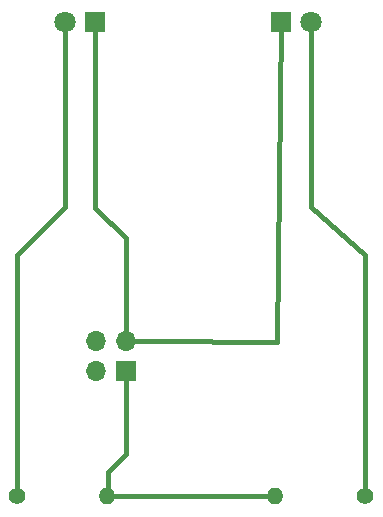
<source format=gbl>
G04 #@! TF.FileFunction,Copper,L2,Bot,Signal*
%FSLAX46Y46*%
G04 Gerber Fmt 4.6, Leading zero omitted, Abs format (unit mm)*
G04 Created by KiCad (PCBNEW 4.0.7) date Thursday, July 26, 2018 'AMt' 11:31:36 AM*
%MOMM*%
%LPD*%
G01*
G04 APERTURE LIST*
%ADD10C,0.100000*%
%ADD11R,1.800000X1.800000*%
%ADD12C,1.800000*%
%ADD13C,1.400000*%
%ADD14O,1.400000X1.400000*%
%ADD15R,1.700000X1.700000*%
%ADD16O,1.700000X1.700000*%
%ADD17C,0.381000*%
G04 APERTURE END LIST*
D10*
D11*
X156464000Y-80772000D03*
D12*
X159004000Y-80772000D03*
D11*
X140716000Y-80772000D03*
D12*
X138176000Y-80772000D03*
D13*
X134112000Y-120904000D03*
D14*
X141732000Y-120904000D03*
D15*
X143319500Y-110299500D03*
D16*
X143319500Y-107759500D03*
X140779500Y-110299500D03*
X140779500Y-107759500D03*
D13*
X163576000Y-120904000D03*
D14*
X155956000Y-120904000D03*
D17*
X156464000Y-80772000D02*
X156083000Y-107823000D01*
X145161000Y-107759500D02*
X143319500Y-107759500D01*
X156083000Y-107823000D02*
X145161000Y-107759500D01*
X140716000Y-80772000D02*
X140716000Y-96456500D01*
X143319500Y-99060000D02*
X143319500Y-107759500D01*
X140716000Y-96456500D02*
X143319500Y-99060000D01*
X159004000Y-80772000D02*
X159004000Y-96393000D01*
X163576000Y-100457000D02*
X163576000Y-120904000D01*
X159004000Y-96393000D02*
X163576000Y-100457000D01*
X134112000Y-120904000D02*
X134112000Y-100457000D01*
X138176000Y-96393000D02*
X138176000Y-80772000D01*
X134112000Y-100457000D02*
X138176000Y-96393000D01*
X143319500Y-110299500D02*
X143319500Y-117348000D01*
X141795500Y-118872000D02*
X141795500Y-120840500D01*
X143319500Y-117348000D02*
X141795500Y-118872000D01*
X141795500Y-120840500D02*
X141732000Y-120904000D01*
X155956000Y-120904000D02*
X155956000Y-120777000D01*
X141732000Y-120904000D02*
X155956000Y-120904000D01*
X155956000Y-120904000D02*
X155956000Y-120904000D01*
X155956000Y-120777000D02*
X155956000Y-120777000D01*
M02*

</source>
